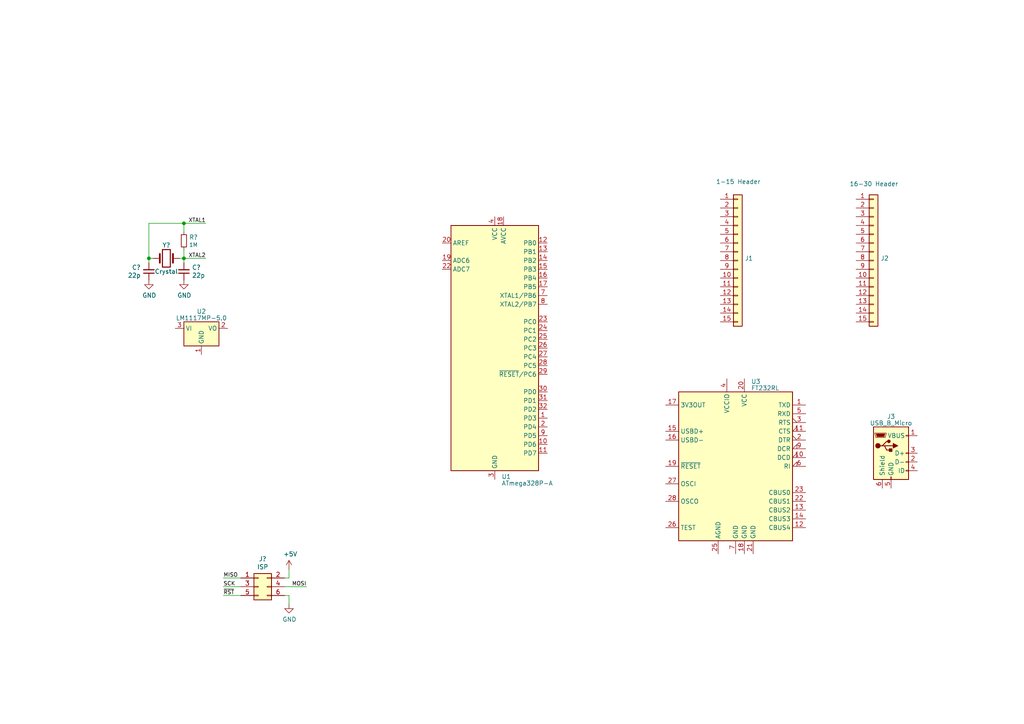
<source format=kicad_sch>
(kicad_sch (version 20231120) (generator "eeschema") (generator_version "8.0")
  (paper "A4")
  (title_block (title "Arduino Nano") (date "2023-05-25") (company "Luc Hondareyte"))
  (lib_symbols
    (symbol "Connector:USB_B_Micro" (pin_names (offset 1.016))
      (property "Reference" "J" (at -5.08 11.43 0))
      (property "Value" "USB_B_Micro" (at -5.08 8.89 0))
      (symbol "USB_B_Micro_0_1"
        (rectangle (start -5.08 -7.62) (end 5.08 7.62) (stroke (width 0.254)) (fill (type background)))
        (circle (center -3.81 2.159) (radius 0.635) (stroke (width 0.254)) (fill (type outline)))
        (circle (center -0.635 3.429) (radius 0.381) (stroke (width 0.254)) (fill (type outline)))
        (rectangle (start -0.127 -7.62) (end 0.127 -6.858))
        (polyline (pts (xy -1.905 2.159) (xy 0.635 2.159)) (stroke (width 0.254)))
        (polyline (pts (xy -3.175 2.159) (xy -2.54 2.159) (xy -1.27 3.429) (xy -0.635 3.429)) (stroke (width 0.254)))
        (polyline (pts (xy -2.54 2.159) (xy -1.905 2.159) (xy -1.27 0.889) (xy 0 0.889)) (stroke (width 0.254)))
        (polyline (pts (xy 0.635 2.794) (xy 0.635 1.524) (xy 1.905 2.159) (xy 0.635 2.794)) (stroke (width 0.254)) (fill (type outline)))
        (polyline (pts (xy -4.318 5.588) (xy -1.778 5.588) (xy -2.032 4.826) (xy -4.064 4.826) (xy -4.318 5.588)) (fill (type outline)))
        (polyline (pts (xy -4.699 5.842) (xy -4.699 5.588) (xy -4.445 4.826) (xy -4.445 4.572) (xy -1.651 4.572) (xy -1.651 4.826) (xy -1.397 5.588) (xy -1.397 5.842) (xy -4.699 5.842)))
        (rectangle (start 0.254 1.27) (end -0.508 0.508) (stroke (width 0.254)) (fill (type outline)))
        (rectangle (start 5.08 -5.207) (end 4.318 -4.953))
        (rectangle (start 5.08 -2.667) (end 4.318 -2.413))
        (rectangle (start 5.08 -0.127) (end 4.318 0.127))
        (rectangle (start 5.08 4.953) (end 4.318 5.207))
      )
      (symbol "USB_B_Micro_1_1"
        (pin power_out line (at 7.62 5.08 180) (length 2.54) (name "VBUS") (number "1"))
        (pin bidirectional line (at 7.62 -2.54 180) (length 2.54) (name "D-") (number "2"))
        (pin bidirectional line (at 7.62 0 180) (length 2.54) (name "D+") (number "3"))
        (pin passive line (at 7.62 -5.08 180) (length 2.54) (name "ID") (number "4"))
        (pin power_out line (at 0 -10.16 90) (length 2.54) (name "GND") (number "5"))
        (pin passive line (at -2.54 -10.16 90) (length 2.54) (name "Shield") (number "6"))
      )
    )
    (symbol "Connector_Generic:Conn_01x15" (pin_names (offset 1.016) hide)
      (property "Reference" "J" (at 0 20.32 0))
      (property "Value" "Conn_01x15" (at 0 -20.32 0))
      (symbol "Conn_01x15_1_1"
        (rectangle (start -1.27 -17.653) (end 0 -17.907) (stroke (width 0.1524)))
        (rectangle (start -1.27 -15.113) (end 0 -15.367) (stroke (width 0.1524)))
        (rectangle (start -1.27 -12.573) (end 0 -12.827) (stroke (width 0.1524)))
        (rectangle (start -1.27 -10.033) (end 0 -10.287) (stroke (width 0.1524)))
        (rectangle (start -1.27 -7.493) (end 0 -7.747) (stroke (width 0.1524)))
        (rectangle (start -1.27 -4.953) (end 0 -5.207) (stroke (width 0.1524)))
        (rectangle (start -1.27 -2.413) (end 0 -2.667) (stroke (width 0.1524)))
        (rectangle (start -1.27 0.127) (end 0 -0.127) (stroke (width 0.1524)))
        (rectangle (start -1.27 2.667) (end 0 2.413) (stroke (width 0.1524)))
        (rectangle (start -1.27 5.207) (end 0 4.953) (stroke (width 0.1524)))
        (rectangle (start -1.27 7.747) (end 0 7.493) (stroke (width 0.1524)))
        (rectangle (start -1.27 10.287) (end 0 10.033) (stroke (width 0.1524)))
        (rectangle (start -1.27 12.827) (end 0 12.573) (stroke (width 0.1524)))
        (rectangle (start -1.27 15.367) (end 0 15.113) (stroke (width 0.1524)))
        (rectangle (start -1.27 17.907) (end 0 17.653) (stroke (width 0.1524)))
        (rectangle (start -1.27 19.05) (end 1.27 -19.05) (stroke (width 0.254)) (fill (type background)))
        (pin passive line (at -5.08 17.78 0) (length 3.81) (name "Pin_1") (number "1"))
        (pin passive line (at -5.08 -5.08 0) (length 3.81) (name "Pin_10") (number "10"))
        (pin passive line (at -5.08 -7.62 0) (length 3.81) (name "Pin_11") (number "11"))
        (pin passive line (at -5.08 -10.16 0) (length 3.81) (name "Pin_12") (number "12"))
        (pin passive line (at -5.08 -12.7 0) (length 3.81) (name "Pin_13") (number "13"))
        (pin passive line (at -5.08 -15.24 0) (length 3.81) (name "Pin_14") (number "14"))
        (pin passive line (at -5.08 -17.78 0) (length 3.81) (name "Pin_15") (number "15"))
        (pin passive line (at -5.08 15.24 0) (length 3.81) (name "Pin_2") (number "2"))
        (pin passive line (at -5.08 12.7 0) (length 3.81) (name "Pin_3") (number "3"))
        (pin passive line (at -5.08 10.16 0) (length 3.81) (name "Pin_4") (number "4"))
        (pin passive line (at -5.08 7.62 0) (length 3.81) (name "Pin_5") (number "5"))
        (pin passive line (at -5.08 5.08 0) (length 3.81) (name "Pin_6") (number "6"))
        (pin passive line (at -5.08 2.54 0) (length 3.81) (name "Pin_7") (number "7"))
        (pin passive line (at -5.08 0 0) (length 3.81) (name "Pin_8") (number "8"))
        (pin passive line (at -5.08 -2.54 0) (length 3.81) (name "Pin_9") (number "9"))
      )
    )
    (symbol "Connector_Generic:Conn_02x03_Odd_Even" (pin_names (offset 1.016) hide)
      (property "Reference" "J" (at 1.27 5.08 0))
      (property "Value" "Conn_02x03_Odd_Even" (at 1.27 -5.08 0))
      (symbol "Conn_02x03_Odd_Even_1_1"
        (rectangle (start -1.27 -2.413) (end 0 -2.667) (stroke (width 0.1524)))
        (rectangle (start -1.27 0.127) (end 0 -0.127) (stroke (width 0.1524)))
        (rectangle (start -1.27 2.667) (end 0 2.413) (stroke (width 0.1524)))
        (rectangle (start -1.27 3.81) (end 3.81 -3.81) (stroke (width 0.254)) (fill (type background)))
        (rectangle (start 3.81 -2.413) (end 2.54 -2.667) (stroke (width 0.1524)))
        (rectangle (start 3.81 0.127) (end 2.54 -0.127) (stroke (width 0.1524)))
        (rectangle (start 3.81 2.667) (end 2.54 2.413) (stroke (width 0.1524)))
        (pin passive line (at -5.08 2.54 0) (length 3.81) (name "Pin_1") (number "1"))
        (pin passive line (at 7.62 2.54 180) (length 3.81) (name "Pin_2") (number "2"))
        (pin passive line (at -5.08 0 0) (length 3.81) (name "Pin_3") (number "3"))
        (pin passive line (at 7.62 0 180) (length 3.81) (name "Pin_4") (number "4"))
        (pin passive line (at -5.08 -2.54 0) (length 3.81) (name "Pin_5") (number "5"))
        (pin passive line (at 7.62 -2.54 180) (length 3.81) (name "Pin_6") (number "6"))
      )
    )
    (symbol "Device:C_Small" (pin_numbers hide) (pin_names (offset 0.254) hide)
      (property "Reference" "C" (at 0.254 1.778 0))
      (property "Value" "C_Small" (at 0.254 -2.032 0))
      (symbol "C_Small_0_1"
        (polyline (pts (xy -1.524 -0.508) (xy 1.524 -0.508)) (stroke (width 0.3302)))
        (polyline (pts (xy -1.524 0.508) (xy 1.524 0.508)) (stroke (width 0.3048)))
      )
      (symbol "C_Small_1_1"
        (pin passive line (at 0 2.54 270) (length 2.032) (name "~") (number "1"))
        (pin passive line (at 0 -2.54 90) (length 2.032) (name "~") (number "2"))
      )
    )
    (symbol "Device:Crystal" (pin_numbers hide) (pin_names (offset 1.016) hide)
      (property "Reference" "Y" (at 0 3.81 0))
      (property "Value" "Crystal" (at 0 -3.81 0))
      (symbol "Crystal_0_1"
        (rectangle (start -1.143 2.54) (end 1.143 -2.54) (stroke (width 0.3048)))
        (polyline (pts (xy -2.54 0) (xy -1.905 0)))
        (polyline (pts (xy -1.905 -1.27) (xy -1.905 1.27)) (stroke (width 0.508)))
        (polyline (pts (xy 1.905 -1.27) (xy 1.905 1.27)) (stroke (width 0.508)))
        (polyline (pts (xy 2.54 0) (xy 1.905 0)))
      )
      (symbol "Crystal_1_1"
        (pin passive line (at -3.81 0 0) (length 1.27) (name "1") (number "1"))
        (pin passive line (at 3.81 0 180) (length 1.27) (name "2") (number "2"))
      )
    )
    (symbol "Device:R_Small" (pin_numbers hide) (pin_names (offset 0.254) hide)
      (property "Reference" "R" (at 0.762 0.508 0))
      (property "Value" "R_Small" (at 0.762 -1.016 0))
      (symbol "R_Small_0_1"
        (rectangle (start -0.762 1.778) (end 0.762 -1.778) (stroke (width 0.2032)))
      )
      (symbol "R_Small_1_1"
        (pin passive line (at 0 2.54 270) (length 0.762) (name "~") (number "1"))
        (pin passive line (at 0 -2.54 90) (length 0.762) (name "~") (number "2"))
      )
    )
    (symbol "Interface_USB:FT232RL"
      (property "Reference" "U" (at -16.51 22.86 0))
      (property "Value" "FT232RL" (at 10.16 22.86 0))
      (symbol "FT232RL_0_1"
        (rectangle (start -16.51 21.59) (end 16.51 -21.59) (stroke (width 0.254)) (fill (type background)))
      )
      (symbol "FT232RL_1_1"
        (pin output line (at 20.32 17.78 180) (length 3.81) (name "TXD") (number "1"))
        (pin input input_low (at 20.32 2.54 180) (length 3.81) (name "DCD") (number "10"))
        (pin input input_low (at 20.32 10.16 180) (length 3.81) (name "CTS") (number "11"))
        (pin bidirectional line (at 20.32 -17.78 180) (length 3.81) (name "CBUS4") (number "12"))
        (pin bidirectional line (at 20.32 -12.7 180) (length 3.81) (name "CBUS2") (number "13"))
        (pin bidirectional line (at 20.32 -15.24 180) (length 3.81) (name "CBUS3") (number "14"))
        (pin bidirectional line (at -20.32 10.16 0) (length 3.81) (name "USBD+") (number "15"))
        (pin bidirectional line (at -20.32 7.62 0) (length 3.81) (name "USBD-") (number "16"))
        (pin power_out line (at -20.32 17.78 0) (length 3.81) (name "3V3OUT") (number "17"))
        (pin power_in line (at 2.54 -25.4 90) (length 3.81) (name "GND") (number "18"))
        (pin input line (at -20.32 0 0) (length 3.81) (name "~{RESET}") (number "19"))
        (pin output output_low (at 20.32 7.62 180) (length 3.81) (name "DTR") (number "2"))
        (pin power_in line (at 2.54 25.4 270) (length 3.81) (name "VCC") (number "20"))
        (pin power_in line (at 5.08 -25.4 90) (length 3.81) (name "GND") (number "21"))
        (pin bidirectional line (at 20.32 -10.16 180) (length 3.81) (name "CBUS1") (number "22"))
        (pin bidirectional line (at 20.32 -7.62 180) (length 3.81) (name "CBUS0") (number "23"))
        (pin power_in line (at -5.08 -25.4 90) (length 3.81) (name "AGND") (number "25"))
        (pin input line (at -20.32 -17.78 0) (length 3.81) (name "TEST") (number "26"))
        (pin input line (at -20.32 -5.08 0) (length 3.81) (name "OSCI") (number "27"))
        (pin output line (at -20.32 -10.16 0) (length 3.81) (name "OSCO") (number "28"))
        (pin output output_low (at 20.32 12.7 180) (length 3.81) (name "RTS") (number "3"))
        (pin power_in line (at -2.54 25.4 270) (length 3.81) (name "VCCIO") (number "4"))
        (pin input line (at 20.32 15.24 180) (length 3.81) (name "RXD") (number "5"))
        (pin input input_low (at 20.32 0 180) (length 3.81) (name "RI") (number "6"))
        (pin power_in line (at 0 -25.4 90) (length 3.81) (name "GND") (number "7"))
        (pin input input_low (at 20.32 5.08 180) (length 3.81) (name "DCR") (number "9"))
      )
    )
    (symbol "MCU_Microchip_ATmega:ATmega328P-A"
      (property "Reference" "U" (at -12.7 36.83 0))
      (property "Value" "ATmega328P-A" (at 2.54 -36.83 0))
      (symbol "ATmega328P-A_0_1"
        (rectangle (start -12.7 -35.56) (end 12.7 35.56) (stroke (width 0.254)) (fill (type background)))
      )
      (symbol "ATmega328P-A_1_1"
        (pin bidirectional line (at 15.24 -20.32 180) (length 2.54) (name "PD3") (number "1"))
        (pin bidirectional line (at 15.24 -27.94 180) (length 2.54) (name "PD6") (number "10"))
        (pin bidirectional line (at 15.24 -30.48 180) (length 2.54) (name "PD7") (number "11"))
        (pin bidirectional line (at 15.24 30.48 180) (length 2.54) (name "PB0") (number "12"))
        (pin bidirectional line (at 15.24 27.94 180) (length 2.54) (name "PB1") (number "13"))
        (pin bidirectional line (at 15.24 25.4 180) (length 2.54) (name "PB2") (number "14"))
        (pin bidirectional line (at 15.24 22.86 180) (length 2.54) (name "PB3") (number "15"))
        (pin bidirectional line (at 15.24 20.32 180) (length 2.54) (name "PB4") (number "16"))
        (pin bidirectional line (at 15.24 17.78 180) (length 2.54) (name "PB5") (number "17"))
        (pin power_in line (at 2.54 38.1 270) (length 2.54) (name "AVCC") (number "18"))
        (pin input line (at -15.24 25.4 0) (length 2.54) (name "ADC6") (number "19"))
        (pin bidirectional line (at 15.24 -22.86 180) (length 2.54) (name "PD4") (number "2"))
        (pin passive line (at -15.24 30.48 0) (length 2.54) (name "AREF") (number "20"))
        (pin passive line (at 0 -38.1 90) (length 2.54) hide (name "GND") (number "21"))
        (pin input line (at -15.24 22.86 0) (length 2.54) (name "ADC7") (number "22"))
        (pin bidirectional line (at 15.24 7.62 180) (length 2.54) (name "PC0") (number "23"))
        (pin bidirectional line (at 15.24 5.08 180) (length 2.54) (name "PC1") (number "24"))
        (pin bidirectional line (at 15.24 2.54 180) (length 2.54) (name "PC2") (number "25"))
        (pin bidirectional line (at 15.24 0 180) (length 2.54) (name "PC3") (number "26"))
        (pin bidirectional line (at 15.24 -2.54 180) (length 2.54) (name "PC4") (number "27"))
        (pin bidirectional line (at 15.24 -5.08 180) (length 2.54) (name "PC5") (number "28"))
        (pin bidirectional line (at 15.24 -7.62 180) (length 2.54) (name "~{RESET}/PC6") (number "29"))
        (pin power_in line (at 0 -38.1 90) (length 2.54) (name "GND") (number "3"))
        (pin bidirectional line (at 15.24 -12.7 180) (length 2.54) (name "PD0") (number "30"))
        (pin bidirectional line (at 15.24 -15.24 180) (length 2.54) (name "PD1") (number "31"))
        (pin bidirectional line (at 15.24 -17.78 180) (length 2.54) (name "PD2") (number "32"))
        (pin power_in line (at 0 38.1 270) (length 2.54) (name "VCC") (number "4"))
        (pin passive line (at 0 -38.1 90) (length 2.54) hide (name "GND") (number "5"))
        (pin passive line (at 0 38.1 270) (length 2.54) hide (name "VCC") (number "6"))
        (pin bidirectional line (at 15.24 15.24 180) (length 2.54) (name "XTAL1/PB6") (number "7"))
        (pin bidirectional line (at 15.24 12.7 180) (length 2.54) (name "XTAL2/PB7") (number "8"))
        (pin bidirectional line (at 15.24 -25.4 180) (length 2.54) (name "PD5") (number "9"))
      )
    )
    (symbol "Regulator_Linear:LM1117MP-5.0"
      (property "Reference" "U" (at -3.81 3.175 0))
      (property "Value" "LM1117MP-5.0" (at 0 3.175 0))
      (symbol "LM1117MP-5.0_0_1"
        (rectangle (start -5.08 -5.08) (end 5.08 1.905) (stroke (width 0.254)) (fill (type background)))
      )
      (symbol "LM1117MP-5.0_1_1"
        (pin power_in line (at 0 -7.62 90) (length 2.54) (name "GND") (number "1"))
        (pin power_out line (at 7.62 0 180) (length 2.54) (name "VO") (number "2"))
        (pin power_in line (at -7.62 0 0) (length 2.54) (name "VI") (number "3"))
      )
    )
    (symbol "power:+5V" (power) (pin_names (offset 0))
      (property "Value" "+5V" (at 0 3.556 0))
      (symbol "+5V_0_1"
        (polyline (pts (xy -0.762 1.27) (xy 0 2.54)))
        (polyline (pts (xy 0 0) (xy 0 2.54)))
        (polyline (pts (xy 0 2.54) (xy 0.762 1.27)))
      )
      (symbol "+5V_1_1"
        (pin power_in line (at 0 0 90) (length 0) hide (name "+5V") (number "1"))
      )
    )
    (symbol "power:GND" (power) (pin_names (offset 0))
      (property "Value" "GND" (at 0 -3.81 0))
      (symbol "GND_0_1"
        (polyline (pts (xy 0 0) (xy 0 -1.27) (xy 1.27 -1.27) (xy 0 -2.54) (xy -1.27 -1.27) (xy 0 -1.27)))
      )
      (symbol "GND_1_1"
        (pin power_in line (at 0 0 270) (length 0) hide (name "GND") (number "1"))
      )
    )
  )
  (junction (at 53.34 64.77))
  (junction (at 43.18 74.93))
  (junction (at 53.34 74.93))
  (wire (pts (xy 43.18 64.77) (xy 43.18 74.93)))
  (wire (pts (xy 53.34 74.93) (xy 53.34 76.2)))
  (wire (pts (xy 53.34 72.39) (xy 53.34 74.93)))
  (wire (pts (xy 83.82 172.72) (xy 82.55 172.72)))
  (wire (pts (xy 69.85 172.72) (xy 64.77 172.72)))
  (wire (pts (xy 52.07 74.93) (xy 53.34 74.93)))
  (wire (pts (xy 83.82 175.26) (xy 83.82 172.72)))
  (wire (pts (xy 44.45 74.93) (xy 43.18 74.93)))
  (wire (pts (xy 43.18 74.93) (xy 43.18 76.2)))
  (wire (pts (xy 82.55 167.64) (xy 83.82 167.64)))
  (wire (pts (xy 59.69 64.77) (xy 53.34 64.77)))
  (wire (pts (xy 69.85 170.18) (xy 64.77 170.18)))
  (wire (pts (xy 69.85 167.64) (xy 64.77 167.64)))
  (wire (pts (xy 53.34 64.77) (xy 43.18 64.77)))
  (wire (pts (xy 53.34 74.93) (xy 59.69 74.93)))
  (wire (pts (xy 53.34 67.31) (xy 53.34 64.77)))
  (wire (pts (xy 82.55 170.18) (xy 88.9 170.18)))
  (wire (pts (xy 83.82 167.64) (xy 83.82 165.1)))
  (label "SCK" (at 64.77 170.18 0) (effects (font (size 1.1176 1.1176))))
  (label "~{RST}" (at 64.77 172.72 0) (effects (font (size 1.1176 1.1176))))
  (label "XTAL2" (at 59.69 74.93 180) (effects (font (size 1.1176 1.1176))))
  (label "MOSI" (at 88.9 170.18 180) (effects (font (size 1.1176 1.1176))))
  (label "MISO" (at 64.77 167.64 0) (effects (font (size 1.1176 1.1176))))
  (label "XTAL1" (at 59.69 64.77 180) (effects (font (size 1.1176 1.1176))))
  (symbol (lib_id "power:GND") (at 43.18 81.28 0) (unit 1)
    (property "Reference" "#PWR?" (effects (hide yes)))
    (property "Value" "GND" (at 43.307 85.6742 0))
  )
  (symbol (lib_id "Device:Crystal") (at 48.26 74.93 0) (unit 1)
    (property "Reference" "Y?" (at 48.26 71.12 0))
    (property "Value" "Crystal" (at 48.26 78.74 0))
  )
  (symbol (lib_id "Device:C_Small") (at 43.18 78.74 0) (mirror x) (unit 1)
    (property "Reference" "C?" (at 40.8432 77.5716 0) (effects (justify right)))
    (property "Value" "22p" (at 40.8432 79.883 0) (effects (justify right)))
  )
  (symbol (lib_id "Connector_Generic:Conn_02x03_Odd_Even") (at 74.93 170.18 0) (unit 1)
    (property "Reference" "J?" (at 76.2 162.1282 0))
    (property "Value" "ISP" (at 76.2 164.4396 0))
  )
  (symbol (lib_id "power:GND") (at 83.82 175.26 0) (unit 1)
    (property "Reference" "#PWR?" (effects (hide yes)))
    (property "Value" "GND" (at 83.947 179.6542 0))
  )
  (symbol (lib_id "power:+5V") (at 83.82 165.1 0) (unit 1)
    (property "Reference" "#PWR?" (effects (hide yes)))
    (property "Value" "+5V" (at 84.201 160.7058 0))
  )
  (symbol (lib_id "Device:C_Small") (at 53.34 78.74 180) (unit 1)
    (property "Reference" "C?" (at 55.6768 77.5716 0) (effects (justify right)))
    (property "Value" "22p" (at 55.6768 79.883 0) (effects (justify right)))
  )
  (symbol (lib_id "power:GND") (at 53.34 81.28 0) (unit 1)
    (property "Reference" "#PWR?" (effects (hide yes)))
    (property "Value" "GND" (at 53.467 85.6742 0))
  )
  (symbol (lib_id "Device:R_Small") (at 53.34 69.85 0) (unit 1)
    (property "Reference" "R?" (at 54.8386 68.8086 0) (effects (justify left)))
    (property "Value" "1M" (at 54.8386 71.0184 0) (effects (font (size 1.1176 1.1176)) (justify left)))
  )
  (symbol (lib_id "Connector_Generic:Conn_01x15") (at 213.995 75.565 0) (unit 1)
    (property "Reference" "J1" (at 216.027 74.9213 0) (effects (justify left)))
    (property "Value" "1-15 Header" (at 207.645 52.705 0) (effects (justify left)))
  )
  (symbol (lib_id "MCU_Microchip_ATmega:ATmega328P-A") (at 143.51 100.965 0) (unit 1)
    (property "Reference" "U1" (at 145.4659 138.2475 0) (effects (justify left)))
    (property "Value" "ATmega328P-A" (at 145.4659 140.1685 0) (effects (justify left)))
    (property "Footprint" "Package_QFP:TQFP-32_7x7mm_P0.8mm" (effects (hide yes)))
    (property "Datasheet" "http://ww1.microchip.com/downloads/en/DeviceDoc/ATmega328_P%20AVR%20MCU%20with%20picoPower%20Technology%20Data%20Sheet%2040001984A.pdf" (effects (hide yes)))
  )
  (symbol (lib_id "Connector_Generic:Conn_01x15") (at 253.365 75.565 0) (unit 1)
    (property "Reference" "J2" (at 255.397 74.9213 0) (effects (justify left)))
    (property "Value" "16-30 Header" (at 246.38 53.34 0) (effects (justify left)))
  )
  (symbol (lib_id "Interface_USB:FT232RL") (at 213.36 135.255 0) (unit 1)
    (property "Reference" "U3" (at 217.8559 110.6551 0) (effects (justify left)))
    (property "Value" "FT232RL" (at 217.8559 112.5761 0) (effects (justify left)))
    (property "Footprint" "Package_SO:SSOP-28_5.3x10.2mm_P0.65mm" (effects (hide yes)))
    (property "Datasheet" "https://www.ftdichip.com/Support/Documents/DataSheets/ICs/DS_FT232R.pdf" (effects (hide yes)))
  )
  (symbol (lib_id "Connector:USB_B_Micro") (at 258.445 131.445 0) (unit 1)
    (property "Reference" "J3" (at 258.445 120.8151 0))
    (property "Value" "USB_B_Micro" (at 258.445 122.7361 0))
  )
  (symbol (lib_id "Regulator_Linear:LM1117MP-5.0") (at 58.42 95.25 0) (unit 1)
    (property "Reference" "U2" (at 58.42 90.3351 0))
    (property "Value" "LM1117MP-5.0" (at 58.42 92.2561 0))
    (property "Footprint" "Package_TO_SOT_SMD:SOT-223-3_TabPin2" (effects (hide yes)))
    (property "Datasheet" "http://www.ti.com/lit/ds/symlink/lm1117.pdf" (effects (hide yes)))
  )
)
</source>
